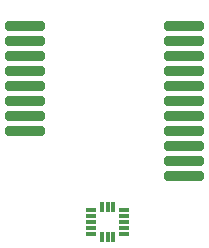
<source format=gtp>
G04 Layer_Color=8421504*
%FSAX24Y24*%
%MOIN*%
G70*
G01*
G75*
%ADD10R,0.0320X0.0120*%
%ADD11R,0.0120X0.0320*%
G04:AMPARAMS|DCode=12|XSize=132mil|YSize=32mil|CornerRadius=8mil|HoleSize=0mil|Usage=FLASHONLY|Rotation=0.000|XOffset=0mil|YOffset=0mil|HoleType=Round|Shape=RoundedRectangle|*
%AMROUNDEDRECTD12*
21,1,0.1320,0.0160,0,0,0.0*
21,1,0.1160,0.0320,0,0,0.0*
1,1,0.0160,0.0580,-0.0080*
1,1,0.0160,-0.0580,-0.0080*
1,1,0.0160,-0.0580,0.0080*
1,1,0.0160,0.0580,0.0080*
%
%ADD12ROUNDEDRECTD12*%
D10*
X037486Y021254D02*
D03*
Y021454D02*
D03*
Y021654D02*
D03*
Y021851D02*
D03*
Y022048D02*
D03*
X036414D02*
D03*
Y021851D02*
D03*
Y021654D02*
D03*
Y021454D02*
D03*
Y021254D02*
D03*
D11*
X037151Y022156D02*
D03*
X036954D02*
D03*
X036754D02*
D03*
Y021144D02*
D03*
X036954D02*
D03*
X037151D02*
D03*
D12*
X034200Y028200D02*
D03*
Y027700D02*
D03*
Y027200D02*
D03*
Y025700D02*
D03*
Y026200D02*
D03*
Y026700D02*
D03*
Y025200D02*
D03*
Y024700D02*
D03*
X039500D02*
D03*
Y025200D02*
D03*
Y026700D02*
D03*
Y026200D02*
D03*
Y025700D02*
D03*
Y027200D02*
D03*
Y027700D02*
D03*
Y028200D02*
D03*
Y024200D02*
D03*
Y023700D02*
D03*
Y023200D02*
D03*
M02*

</source>
